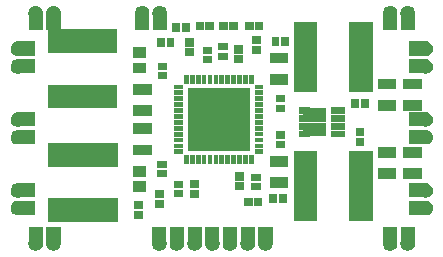
<source format=gbr>
G04 #@! TF.FileFunction,Soldermask,Top*
%FSLAX46Y46*%
G04 Gerber Fmt 4.6, Leading zero omitted, Abs format (unit mm)*
G04 Created by KiCad (PCBNEW (2015-09-15 BZR 13, Git 37c8462)-brewed_product) date Thursday, 17 September 2015 'pmt' 19:10:14*
%MOMM*%
G01*
G04 APERTURE LIST*
%ADD10C,0.020000*%
G04 APERTURE END LIST*
D10*
G36*
X113601600Y-108831547D02*
X113602133Y-108836985D01*
X113622290Y-108938789D01*
X113622290Y-108938793D01*
X113622327Y-108938980D01*
X113620380Y-109078372D01*
X113620338Y-109078556D01*
X113620338Y-109078565D01*
X113593344Y-109197379D01*
X113543706Y-109308868D01*
X113473359Y-109408592D01*
X113384980Y-109492753D01*
X113281940Y-109558146D01*
X113168162Y-109602277D01*
X113047972Y-109623469D01*
X112925961Y-109620914D01*
X112806766Y-109594707D01*
X112694935Y-109545849D01*
X112594723Y-109476200D01*
X112509947Y-109388412D01*
X112443838Y-109285830D01*
X112398910Y-109172356D01*
X112376880Y-109052324D01*
X112378584Y-108930297D01*
X112397788Y-108839947D01*
X112398400Y-108834126D01*
X112398400Y-107598400D01*
X113601600Y-107598400D01*
X113601600Y-108831547D01*
X113601600Y-108831547D01*
G37*
G36*
X115101600Y-108831547D02*
X115102133Y-108836985D01*
X115122290Y-108938789D01*
X115122290Y-108938793D01*
X115122327Y-108938980D01*
X115120380Y-109078372D01*
X115120338Y-109078556D01*
X115120338Y-109078565D01*
X115093344Y-109197379D01*
X115043706Y-109308868D01*
X114973359Y-109408592D01*
X114884980Y-109492753D01*
X114781940Y-109558146D01*
X114668162Y-109602277D01*
X114547972Y-109623469D01*
X114425961Y-109620914D01*
X114306766Y-109594707D01*
X114194935Y-109545849D01*
X114094723Y-109476200D01*
X114009947Y-109388412D01*
X113943838Y-109285830D01*
X113898910Y-109172356D01*
X113876880Y-109052324D01*
X113878584Y-108930297D01*
X113897788Y-108839947D01*
X113898400Y-108834126D01*
X113898400Y-107598400D01*
X115101600Y-107598400D01*
X115101600Y-108831547D01*
X115101600Y-108831547D01*
G37*
G36*
X124051600Y-108831547D02*
X124052133Y-108836985D01*
X124072290Y-108938789D01*
X124072290Y-108938793D01*
X124072327Y-108938980D01*
X124070380Y-109078372D01*
X124070338Y-109078556D01*
X124070338Y-109078565D01*
X124043344Y-109197379D01*
X123993706Y-109308868D01*
X123923359Y-109408592D01*
X123834980Y-109492753D01*
X123731940Y-109558146D01*
X123618162Y-109602277D01*
X123497972Y-109623469D01*
X123375961Y-109620914D01*
X123256766Y-109594707D01*
X123144935Y-109545849D01*
X123044723Y-109476200D01*
X122959947Y-109388412D01*
X122893838Y-109285830D01*
X122848910Y-109172356D01*
X122826880Y-109052324D01*
X122828584Y-108930297D01*
X122847788Y-108839947D01*
X122848400Y-108834126D01*
X122848400Y-107598400D01*
X124051600Y-107598400D01*
X124051600Y-108831547D01*
X124051600Y-108831547D01*
G37*
G36*
X125551600Y-108831547D02*
X125552133Y-108836985D01*
X125572290Y-108938789D01*
X125572290Y-108938793D01*
X125572327Y-108938980D01*
X125570380Y-109078372D01*
X125570338Y-109078556D01*
X125570338Y-109078565D01*
X125543344Y-109197379D01*
X125493706Y-109308868D01*
X125423359Y-109408592D01*
X125334980Y-109492753D01*
X125231940Y-109558146D01*
X125118162Y-109602277D01*
X124997972Y-109623469D01*
X124875961Y-109620914D01*
X124756766Y-109594707D01*
X124644935Y-109545849D01*
X124544723Y-109476200D01*
X124459947Y-109388412D01*
X124393838Y-109285830D01*
X124348910Y-109172356D01*
X124326880Y-109052324D01*
X124328584Y-108930297D01*
X124347788Y-108839947D01*
X124348400Y-108834126D01*
X124348400Y-107598400D01*
X125551600Y-107598400D01*
X125551600Y-108831547D01*
X125551600Y-108831547D01*
G37*
G36*
X127051600Y-108831547D02*
X127052133Y-108836985D01*
X127072290Y-108938789D01*
X127072290Y-108938793D01*
X127072327Y-108938980D01*
X127070380Y-109078372D01*
X127070338Y-109078556D01*
X127070338Y-109078565D01*
X127043344Y-109197379D01*
X126993706Y-109308868D01*
X126923359Y-109408592D01*
X126834980Y-109492753D01*
X126731940Y-109558146D01*
X126618162Y-109602277D01*
X126497972Y-109623469D01*
X126375961Y-109620914D01*
X126256766Y-109594707D01*
X126144935Y-109545849D01*
X126044723Y-109476200D01*
X125959947Y-109388412D01*
X125893838Y-109285830D01*
X125848910Y-109172356D01*
X125826880Y-109052324D01*
X125828584Y-108930297D01*
X125847788Y-108839947D01*
X125848400Y-108834126D01*
X125848400Y-107598400D01*
X127051600Y-107598400D01*
X127051600Y-108831547D01*
X127051600Y-108831547D01*
G37*
G36*
X128551600Y-108831547D02*
X128552133Y-108836985D01*
X128572290Y-108938789D01*
X128572290Y-108938793D01*
X128572327Y-108938980D01*
X128570380Y-109078372D01*
X128570338Y-109078556D01*
X128570338Y-109078565D01*
X128543344Y-109197379D01*
X128493706Y-109308868D01*
X128423359Y-109408592D01*
X128334980Y-109492753D01*
X128231940Y-109558146D01*
X128118162Y-109602277D01*
X127997972Y-109623469D01*
X127875961Y-109620914D01*
X127756766Y-109594707D01*
X127644935Y-109545849D01*
X127544723Y-109476200D01*
X127459947Y-109388412D01*
X127393838Y-109285830D01*
X127348910Y-109172356D01*
X127326880Y-109052324D01*
X127328584Y-108930297D01*
X127347788Y-108839947D01*
X127348400Y-108834126D01*
X127348400Y-107598400D01*
X128551600Y-107598400D01*
X128551600Y-108831547D01*
X128551600Y-108831547D01*
G37*
G36*
X130051600Y-108831547D02*
X130052133Y-108836985D01*
X130072290Y-108938789D01*
X130072290Y-108938793D01*
X130072327Y-108938980D01*
X130070380Y-109078372D01*
X130070338Y-109078556D01*
X130070338Y-109078565D01*
X130043344Y-109197379D01*
X129993706Y-109308868D01*
X129923359Y-109408592D01*
X129834980Y-109492753D01*
X129731940Y-109558146D01*
X129618162Y-109602277D01*
X129497972Y-109623469D01*
X129375961Y-109620914D01*
X129256766Y-109594707D01*
X129144935Y-109545849D01*
X129044723Y-109476200D01*
X128959947Y-109388412D01*
X128893838Y-109285830D01*
X128848910Y-109172356D01*
X128826880Y-109052324D01*
X128828584Y-108930297D01*
X128847788Y-108839947D01*
X128848400Y-108834126D01*
X128848400Y-107598400D01*
X130051600Y-107598400D01*
X130051600Y-108831547D01*
X130051600Y-108831547D01*
G37*
G36*
X131551600Y-108831547D02*
X131552133Y-108836985D01*
X131572290Y-108938789D01*
X131572290Y-108938793D01*
X131572327Y-108938980D01*
X131570380Y-109078372D01*
X131570338Y-109078556D01*
X131570338Y-109078565D01*
X131543344Y-109197379D01*
X131493706Y-109308868D01*
X131423359Y-109408592D01*
X131334980Y-109492753D01*
X131231940Y-109558146D01*
X131118162Y-109602277D01*
X130997972Y-109623469D01*
X130875961Y-109620914D01*
X130756766Y-109594707D01*
X130644935Y-109545849D01*
X130544723Y-109476200D01*
X130459947Y-109388412D01*
X130393838Y-109285830D01*
X130348910Y-109172356D01*
X130326880Y-109052324D01*
X130328584Y-108930297D01*
X130347788Y-108839947D01*
X130348400Y-108834126D01*
X130348400Y-107598400D01*
X131551600Y-107598400D01*
X131551600Y-108831547D01*
X131551600Y-108831547D01*
G37*
G36*
X133051600Y-108831547D02*
X133052133Y-108836985D01*
X133072290Y-108938789D01*
X133072290Y-108938793D01*
X133072327Y-108938980D01*
X133070380Y-109078372D01*
X133070338Y-109078556D01*
X133070338Y-109078565D01*
X133043344Y-109197379D01*
X132993706Y-109308868D01*
X132923359Y-109408592D01*
X132834980Y-109492753D01*
X132731940Y-109558146D01*
X132618162Y-109602277D01*
X132497972Y-109623469D01*
X132375961Y-109620914D01*
X132256766Y-109594707D01*
X132144935Y-109545849D01*
X132044723Y-109476200D01*
X131959947Y-109388412D01*
X131893838Y-109285830D01*
X131848910Y-109172356D01*
X131826880Y-109052324D01*
X131828584Y-108930297D01*
X131847788Y-108839947D01*
X131848400Y-108834126D01*
X131848400Y-107598400D01*
X133051600Y-107598400D01*
X133051600Y-108831547D01*
X133051600Y-108831547D01*
G37*
G36*
X143601600Y-108831547D02*
X143602133Y-108836985D01*
X143622290Y-108938789D01*
X143622290Y-108938793D01*
X143622327Y-108938980D01*
X143620380Y-109078372D01*
X143620338Y-109078556D01*
X143620338Y-109078565D01*
X143593344Y-109197379D01*
X143543706Y-109308868D01*
X143473359Y-109408592D01*
X143384980Y-109492753D01*
X143281940Y-109558146D01*
X143168162Y-109602277D01*
X143047972Y-109623469D01*
X142925961Y-109620914D01*
X142806766Y-109594707D01*
X142694935Y-109545849D01*
X142594723Y-109476200D01*
X142509947Y-109388412D01*
X142443838Y-109285830D01*
X142398910Y-109172356D01*
X142376880Y-109052324D01*
X142378584Y-108930297D01*
X142397788Y-108839947D01*
X142398400Y-108834126D01*
X142398400Y-107598400D01*
X143601600Y-107598400D01*
X143601600Y-108831547D01*
X143601600Y-108831547D01*
G37*
G36*
X145101600Y-108831547D02*
X145102133Y-108836985D01*
X145122290Y-108938789D01*
X145122290Y-108938793D01*
X145122327Y-108938980D01*
X145120380Y-109078372D01*
X145120338Y-109078556D01*
X145120338Y-109078565D01*
X145093344Y-109197379D01*
X145043706Y-109308868D01*
X144973359Y-109408592D01*
X144884980Y-109492753D01*
X144781940Y-109558146D01*
X144668162Y-109602277D01*
X144547972Y-109623469D01*
X144425961Y-109620914D01*
X144306766Y-109594707D01*
X144194935Y-109545849D01*
X144094723Y-109476200D01*
X144009947Y-109388412D01*
X143943838Y-109285830D01*
X143898910Y-109172356D01*
X143876880Y-109052324D01*
X143878584Y-108930297D01*
X143897788Y-108839947D01*
X143898400Y-108834126D01*
X143898400Y-107598400D01*
X145101600Y-107598400D01*
X145101600Y-108831547D01*
X145101600Y-108831547D01*
G37*
G36*
X119951480Y-107199760D02*
X114048520Y-107199760D01*
X114048520Y-105198240D01*
X119951480Y-105198240D01*
X119951480Y-107199760D01*
X119951480Y-107199760D01*
G37*
G36*
X141550260Y-107101480D02*
X139548740Y-107101480D01*
X139548740Y-101198520D01*
X141550260Y-101198520D01*
X141550260Y-107101480D01*
X141550260Y-107101480D01*
G37*
G36*
X136851260Y-107101480D02*
X134849740Y-107101480D01*
X134849740Y-101198520D01*
X136851260Y-101198520D01*
X136851260Y-107101480D01*
X136851260Y-107101480D01*
G37*
G36*
X122076000Y-106951000D02*
X121324000Y-106951000D01*
X121324000Y-106249000D01*
X122076000Y-106249000D01*
X122076000Y-106951000D01*
X122076000Y-106951000D01*
G37*
G36*
X111565362Y-105378113D02*
X111661410Y-105397828D01*
X111667040Y-105398400D01*
X112901600Y-105398400D01*
X112901600Y-106601600D01*
X111674455Y-106601600D01*
X111669593Y-106602025D01*
X111547973Y-106623469D01*
X111425961Y-106620914D01*
X111306766Y-106594707D01*
X111194935Y-106545849D01*
X111094723Y-106476200D01*
X111009947Y-106388412D01*
X110943838Y-106285830D01*
X110898910Y-106172356D01*
X110876880Y-106052324D01*
X110878584Y-105930297D01*
X110903956Y-105810927D01*
X110952036Y-105698751D01*
X111020982Y-105598058D01*
X111108178Y-105512669D01*
X111210295Y-105445846D01*
X111323448Y-105400129D01*
X111443328Y-105377260D01*
X111565362Y-105378113D01*
X111565362Y-105378113D01*
G37*
G36*
X146065362Y-105378113D02*
X146184911Y-105402652D01*
X146297414Y-105449944D01*
X146398588Y-105518186D01*
X146484582Y-105604784D01*
X146552119Y-105706435D01*
X146598624Y-105819263D01*
X146622290Y-105938789D01*
X146622290Y-105938793D01*
X146622327Y-105938980D01*
X146620380Y-106078372D01*
X146620338Y-106078556D01*
X146620338Y-106078565D01*
X146593344Y-106197379D01*
X146543706Y-106308868D01*
X146473359Y-106408592D01*
X146384980Y-106492753D01*
X146281940Y-106558146D01*
X146168162Y-106602277D01*
X146047972Y-106623469D01*
X145925961Y-106620914D01*
X145841087Y-106602253D01*
X145835074Y-106601600D01*
X144598400Y-106601600D01*
X144598400Y-105398400D01*
X145829863Y-105398400D01*
X145835110Y-105397904D01*
X145943328Y-105377260D01*
X146065362Y-105378113D01*
X146065362Y-105378113D01*
G37*
G36*
X122076000Y-106121000D02*
X121324000Y-106121000D01*
X121324000Y-105419000D01*
X122076000Y-105419000D01*
X122076000Y-106121000D01*
X122076000Y-106121000D01*
G37*
G36*
X123826000Y-106016000D02*
X123074000Y-106016000D01*
X123074000Y-105314000D01*
X123826000Y-105314000D01*
X123826000Y-106016000D01*
X123826000Y-106016000D01*
G37*
G36*
X131351000Y-105876000D02*
X130649000Y-105876000D01*
X130649000Y-105124000D01*
X131351000Y-105124000D01*
X131351000Y-105876000D01*
X131351000Y-105876000D01*
G37*
G36*
X132181000Y-105876000D02*
X131479000Y-105876000D01*
X131479000Y-105124000D01*
X132181000Y-105124000D01*
X132181000Y-105876000D01*
X132181000Y-105876000D01*
G37*
G36*
X133436000Y-105576000D02*
X132734000Y-105576000D01*
X132734000Y-104824000D01*
X133436000Y-104824000D01*
X133436000Y-105576000D01*
X133436000Y-105576000D01*
G37*
G36*
X134266000Y-105576000D02*
X133564000Y-105576000D01*
X133564000Y-104824000D01*
X134266000Y-104824000D01*
X134266000Y-105576000D01*
X134266000Y-105576000D01*
G37*
G36*
X123826000Y-105186000D02*
X123074000Y-105186000D01*
X123074000Y-104484000D01*
X123826000Y-104484000D01*
X123826000Y-105186000D01*
X123826000Y-105186000D01*
G37*
G36*
X126826000Y-105166000D02*
X126074000Y-105166000D01*
X126074000Y-104464000D01*
X126826000Y-104464000D01*
X126826000Y-105166000D01*
X126826000Y-105166000D01*
G37*
G36*
X146065362Y-103878113D02*
X146184911Y-103902652D01*
X146297414Y-103949944D01*
X146398588Y-104018186D01*
X146484582Y-104104784D01*
X146552119Y-104206435D01*
X146598624Y-104319263D01*
X146622290Y-104438789D01*
X146622290Y-104438793D01*
X146622327Y-104438980D01*
X146620380Y-104578372D01*
X146620338Y-104578556D01*
X146620338Y-104578565D01*
X146593344Y-104697379D01*
X146543706Y-104808868D01*
X146473359Y-104908592D01*
X146384980Y-104992753D01*
X146281940Y-105058146D01*
X146168162Y-105102277D01*
X146047972Y-105123469D01*
X145925961Y-105120914D01*
X145841087Y-105102253D01*
X145835074Y-105101600D01*
X144598400Y-105101600D01*
X144598400Y-103898400D01*
X145829863Y-103898400D01*
X145835110Y-103897904D01*
X145943328Y-103877260D01*
X146065362Y-103878113D01*
X146065362Y-103878113D01*
G37*
G36*
X111565362Y-103878113D02*
X111661410Y-103897828D01*
X111667040Y-103898400D01*
X112901600Y-103898400D01*
X112901600Y-105101600D01*
X111674455Y-105101600D01*
X111669593Y-105102025D01*
X111547973Y-105123469D01*
X111425961Y-105120914D01*
X111306766Y-105094707D01*
X111194935Y-105045849D01*
X111094723Y-104976200D01*
X111009947Y-104888412D01*
X110943838Y-104785830D01*
X110898910Y-104672356D01*
X110876880Y-104552324D01*
X110878584Y-104430297D01*
X110903956Y-104310927D01*
X110952036Y-104198751D01*
X111020982Y-104098058D01*
X111108178Y-104012669D01*
X111210295Y-103945846D01*
X111323448Y-103900129D01*
X111443328Y-103877260D01*
X111565362Y-103878113D01*
X111565362Y-103878113D01*
G37*
G36*
X125500000Y-105100000D02*
X124700000Y-105100000D01*
X124700000Y-104500000D01*
X125500000Y-104500000D01*
X125500000Y-105100000D01*
X125500000Y-105100000D01*
G37*
G36*
X122352400Y-104652400D02*
X121247600Y-104652400D01*
X121247600Y-103747600D01*
X122352400Y-103747600D01*
X122352400Y-104652400D01*
X122352400Y-104652400D01*
G37*
G36*
X130626000Y-104516000D02*
X129874000Y-104516000D01*
X129874000Y-103814000D01*
X130626000Y-103814000D01*
X130626000Y-104516000D01*
X130626000Y-104516000D01*
G37*
G36*
X132050000Y-104500000D02*
X131250000Y-104500000D01*
X131250000Y-103900000D01*
X132050000Y-103900000D01*
X132050000Y-104500000D01*
X132050000Y-104500000D01*
G37*
G36*
X126826000Y-104336000D02*
X126074000Y-104336000D01*
X126074000Y-103634000D01*
X126826000Y-103634000D01*
X126826000Y-104336000D01*
X126826000Y-104336000D01*
G37*
G36*
X134377400Y-104302400D02*
X132822600Y-104302400D01*
X132822600Y-103397600D01*
X134377400Y-103397600D01*
X134377400Y-104302400D01*
X134377400Y-104302400D01*
G37*
G36*
X125500000Y-104300000D02*
X124700000Y-104300000D01*
X124700000Y-103700000D01*
X125500000Y-103700000D01*
X125500000Y-104300000D01*
X125500000Y-104300000D01*
G37*
G36*
X132050000Y-103700000D02*
X131250000Y-103700000D01*
X131250000Y-103100000D01*
X132050000Y-103100000D01*
X132050000Y-103700000D01*
X132050000Y-103700000D01*
G37*
G36*
X130626000Y-103686000D02*
X129874000Y-103686000D01*
X129874000Y-102984000D01*
X130626000Y-102984000D01*
X130626000Y-103686000D01*
X130626000Y-103686000D01*
G37*
G36*
X145677400Y-103552400D02*
X144122600Y-103552400D01*
X144122600Y-102647600D01*
X145677400Y-102647600D01*
X145677400Y-103552400D01*
X145677400Y-103552400D01*
G37*
G36*
X143527400Y-103552400D02*
X141972600Y-103552400D01*
X141972600Y-102647600D01*
X143527400Y-102647600D01*
X143527400Y-103552400D01*
X143527400Y-103552400D01*
G37*
G36*
X124100000Y-103400000D02*
X123300000Y-103400000D01*
X123300000Y-102800000D01*
X124100000Y-102800000D01*
X124100000Y-103400000D01*
X124100000Y-103400000D01*
G37*
G36*
X122352400Y-103352400D02*
X121247600Y-103352400D01*
X121247600Y-102447600D01*
X122352400Y-102447600D01*
X122352400Y-103352400D01*
X122352400Y-103352400D01*
G37*
G36*
X124100000Y-102600000D02*
X123300000Y-102600000D01*
X123300000Y-102000000D01*
X124100000Y-102000000D01*
X124100000Y-102600000D01*
X124100000Y-102600000D01*
G37*
G36*
X134377400Y-102502400D02*
X132822600Y-102502400D01*
X132822600Y-101597600D01*
X134377400Y-101597600D01*
X134377400Y-102502400D01*
X134377400Y-102502400D01*
G37*
G36*
X119951480Y-102500760D02*
X114048520Y-102500760D01*
X114048520Y-100499240D01*
X119951480Y-100499240D01*
X119951480Y-102500760D01*
X119951480Y-102500760D01*
G37*
G36*
X126451560Y-102275780D02*
X126052640Y-102275780D01*
X126052640Y-101526340D01*
X126451560Y-101526340D01*
X126451560Y-102275780D01*
X126451560Y-102275780D01*
G37*
G36*
X127449780Y-102275780D02*
X127050860Y-102275780D01*
X127050860Y-101526340D01*
X127449780Y-101526340D01*
X127449780Y-102275780D01*
X127449780Y-102275780D01*
G37*
G36*
X125951180Y-102275780D02*
X125552260Y-102275780D01*
X125552260Y-101526340D01*
X125951180Y-101526340D01*
X125951180Y-102275780D01*
X125951180Y-102275780D01*
G37*
G36*
X127950160Y-102275780D02*
X127551240Y-102275780D01*
X127551240Y-101526340D01*
X127950160Y-101526340D01*
X127950160Y-102275780D01*
X127950160Y-102275780D01*
G37*
G36*
X131450280Y-102275780D02*
X131051360Y-102275780D01*
X131051360Y-101526340D01*
X131450280Y-101526340D01*
X131450280Y-102275780D01*
X131450280Y-102275780D01*
G37*
G36*
X130949900Y-102275780D02*
X130550980Y-102275780D01*
X130550980Y-101526340D01*
X130949900Y-101526340D01*
X130949900Y-102275780D01*
X130949900Y-102275780D01*
G37*
G36*
X128948380Y-102275780D02*
X128549460Y-102275780D01*
X128549460Y-101526340D01*
X128948380Y-101526340D01*
X128948380Y-102275780D01*
X128948380Y-102275780D01*
G37*
G36*
X129448760Y-102275780D02*
X129049840Y-102275780D01*
X129049840Y-101526340D01*
X129448760Y-101526340D01*
X129448760Y-102275780D01*
X129448760Y-102275780D01*
G37*
G36*
X129949140Y-102275780D02*
X129550220Y-102275780D01*
X129550220Y-101526340D01*
X129949140Y-101526340D01*
X129949140Y-102275780D01*
X129949140Y-102275780D01*
G37*
G36*
X130449520Y-102275780D02*
X130050600Y-102275780D01*
X130050600Y-101526340D01*
X130449520Y-101526340D01*
X130449520Y-102275780D01*
X130449520Y-102275780D01*
G37*
G36*
X126951940Y-102275780D02*
X126553020Y-102275780D01*
X126553020Y-101526340D01*
X126951940Y-101526340D01*
X126951940Y-102275780D01*
X126951940Y-102275780D01*
G37*
G36*
X128449460Y-102274720D02*
X128050540Y-102274720D01*
X128050540Y-101525280D01*
X128449460Y-101525280D01*
X128449460Y-102274720D01*
X128449460Y-102274720D01*
G37*
G36*
X143527400Y-101752400D02*
X141972600Y-101752400D01*
X141972600Y-100847600D01*
X143527400Y-100847600D01*
X143527400Y-101752400D01*
X143527400Y-101752400D01*
G37*
G36*
X145677400Y-101752400D02*
X144122600Y-101752400D01*
X144122600Y-100847600D01*
X145677400Y-100847600D01*
X145677400Y-101752400D01*
X145677400Y-101752400D01*
G37*
G36*
X122827400Y-101552400D02*
X121272600Y-101552400D01*
X121272600Y-100647600D01*
X122827400Y-100647600D01*
X122827400Y-101552400D01*
X122827400Y-101552400D01*
G37*
G36*
X125476200Y-101450280D02*
X124726760Y-101450280D01*
X124726760Y-101051360D01*
X125476200Y-101051360D01*
X125476200Y-101450280D01*
X125476200Y-101450280D01*
G37*
G36*
X132273240Y-101447740D02*
X131523800Y-101447740D01*
X131523800Y-101048820D01*
X132273240Y-101048820D01*
X132273240Y-101447740D01*
X132273240Y-101447740D01*
G37*
G36*
X131150000Y-101150000D02*
X125850000Y-101150000D01*
X125850000Y-95850000D01*
X131150000Y-95850000D01*
X131150000Y-101150000D01*
X131150000Y-101150000D01*
G37*
G36*
X125476200Y-100952440D02*
X124726760Y-100952440D01*
X124726760Y-100553520D01*
X125476200Y-100553520D01*
X125476200Y-100952440D01*
X125476200Y-100952440D01*
G37*
G36*
X132275780Y-100947360D02*
X131526340Y-100947360D01*
X131526340Y-100548440D01*
X132275780Y-100548440D01*
X132275780Y-100947360D01*
X132275780Y-100947360D01*
G37*
G36*
X134100000Y-100925000D02*
X133300000Y-100925000D01*
X133300000Y-100325000D01*
X134100000Y-100325000D01*
X134100000Y-100925000D01*
X134100000Y-100925000D01*
G37*
G36*
X140826000Y-100766000D02*
X140074000Y-100766000D01*
X140074000Y-100064000D01*
X140826000Y-100064000D01*
X140826000Y-100766000D01*
X140826000Y-100766000D01*
G37*
G36*
X111565362Y-99378113D02*
X111661410Y-99397828D01*
X111667040Y-99398400D01*
X112901600Y-99398400D01*
X112901600Y-100601600D01*
X111674455Y-100601600D01*
X111669593Y-100602025D01*
X111547973Y-100623469D01*
X111425961Y-100620914D01*
X111306766Y-100594707D01*
X111194935Y-100545849D01*
X111094723Y-100476200D01*
X111009947Y-100388412D01*
X110943838Y-100285830D01*
X110898910Y-100172356D01*
X110876880Y-100052324D01*
X110878584Y-99930297D01*
X110903956Y-99810927D01*
X110952036Y-99698751D01*
X111020982Y-99598058D01*
X111108178Y-99512669D01*
X111210295Y-99445846D01*
X111323448Y-99400129D01*
X111443328Y-99377260D01*
X111565362Y-99378113D01*
X111565362Y-99378113D01*
G37*
G36*
X146065362Y-99378113D02*
X146184911Y-99402652D01*
X146297414Y-99449944D01*
X146398588Y-99518186D01*
X146484582Y-99604784D01*
X146552119Y-99706435D01*
X146598624Y-99819263D01*
X146622290Y-99938789D01*
X146622290Y-99938793D01*
X146622327Y-99938980D01*
X146620380Y-100078372D01*
X146620338Y-100078556D01*
X146620338Y-100078565D01*
X146593344Y-100197379D01*
X146543706Y-100308868D01*
X146473359Y-100408592D01*
X146384980Y-100492753D01*
X146281940Y-100558146D01*
X146168162Y-100602277D01*
X146047972Y-100623469D01*
X145925961Y-100620914D01*
X145841087Y-100602253D01*
X145835074Y-100601600D01*
X144598400Y-100601600D01*
X144598400Y-99398400D01*
X145829863Y-99398400D01*
X145835110Y-99397904D01*
X145943328Y-99377260D01*
X146065362Y-99378113D01*
X146065362Y-99378113D01*
G37*
G36*
X125476200Y-100452060D02*
X124726760Y-100452060D01*
X124726760Y-100053140D01*
X125476200Y-100053140D01*
X125476200Y-100452060D01*
X125476200Y-100452060D01*
G37*
G36*
X132275780Y-100449520D02*
X131526340Y-100449520D01*
X131526340Y-100050600D01*
X132275780Y-100050600D01*
X132275780Y-100449520D01*
X132275780Y-100449520D01*
G37*
G36*
X134100000Y-100125000D02*
X133300000Y-100125000D01*
X133300000Y-99525000D01*
X134100000Y-99525000D01*
X134100000Y-100125000D01*
X134100000Y-100125000D01*
G37*
G36*
X137538500Y-99936000D02*
X136206500Y-99936000D01*
X136198699Y-99937109D01*
X136191516Y-99940346D01*
X136185520Y-99945457D01*
X136181185Y-99952036D01*
X136178854Y-99959563D01*
X136178500Y-99964000D01*
X136178500Y-100026000D01*
X135266500Y-100026000D01*
X135266500Y-99469000D01*
X135633500Y-99469000D01*
X135641301Y-99467891D01*
X135648484Y-99464654D01*
X135654480Y-99459543D01*
X135658815Y-99452964D01*
X135661146Y-99445437D01*
X135661500Y-99441000D01*
X135661500Y-99394000D01*
X135660391Y-99386199D01*
X135657154Y-99379016D01*
X135652043Y-99373020D01*
X135645464Y-99368685D01*
X135637937Y-99366354D01*
X135633500Y-99366000D01*
X135266500Y-99366000D01*
X135266500Y-98809000D01*
X135633500Y-98809000D01*
X135641301Y-98807891D01*
X135648484Y-98804654D01*
X135654480Y-98799543D01*
X135658132Y-98794000D01*
X137538500Y-98794000D01*
X137538500Y-99936000D01*
X137538500Y-99936000D01*
G37*
G36*
X139163500Y-100026000D02*
X138021500Y-100026000D01*
X138021500Y-99469000D01*
X139163500Y-99469000D01*
X139163500Y-100026000D01*
X139163500Y-100026000D01*
G37*
G36*
X125476200Y-99951680D02*
X124726760Y-99951680D01*
X124726760Y-99552760D01*
X125476200Y-99552760D01*
X125476200Y-99951680D01*
X125476200Y-99951680D01*
G37*
G36*
X132275780Y-99949140D02*
X131526340Y-99949140D01*
X131526340Y-99550220D01*
X132275780Y-99550220D01*
X132275780Y-99949140D01*
X132275780Y-99949140D01*
G37*
G36*
X140826000Y-99936000D02*
X140074000Y-99936000D01*
X140074000Y-99234000D01*
X140826000Y-99234000D01*
X140826000Y-99936000D01*
X140826000Y-99936000D01*
G37*
G36*
X122827400Y-99752400D02*
X121272600Y-99752400D01*
X121272600Y-98847600D01*
X122827400Y-98847600D01*
X122827400Y-99752400D01*
X122827400Y-99752400D01*
G37*
G36*
X125476200Y-99451300D02*
X124726760Y-99451300D01*
X124726760Y-99052380D01*
X125476200Y-99052380D01*
X125476200Y-99451300D01*
X125476200Y-99451300D01*
G37*
G36*
X132275780Y-99448760D02*
X131526340Y-99448760D01*
X131526340Y-99049840D01*
X132275780Y-99049840D01*
X132275780Y-99448760D01*
X132275780Y-99448760D01*
G37*
G36*
X139163500Y-99366000D02*
X138021500Y-99366000D01*
X138021500Y-98809000D01*
X139163500Y-98809000D01*
X139163500Y-99366000D01*
X139163500Y-99366000D01*
G37*
G36*
X111565362Y-97878113D02*
X111661410Y-97897828D01*
X111667040Y-97898400D01*
X112901600Y-97898400D01*
X112901600Y-99101600D01*
X111674455Y-99101600D01*
X111669593Y-99102025D01*
X111547973Y-99123469D01*
X111425961Y-99120914D01*
X111306766Y-99094707D01*
X111194935Y-99045849D01*
X111094723Y-98976200D01*
X111009947Y-98888412D01*
X110943838Y-98785830D01*
X110898910Y-98672356D01*
X110876880Y-98552324D01*
X110878584Y-98430297D01*
X110903956Y-98310927D01*
X110952036Y-98198751D01*
X111020982Y-98098058D01*
X111108178Y-98012669D01*
X111210295Y-97945846D01*
X111323448Y-97900129D01*
X111443328Y-97877260D01*
X111565362Y-97878113D01*
X111565362Y-97878113D01*
G37*
G36*
X146065362Y-97878113D02*
X146184911Y-97902652D01*
X146297414Y-97949944D01*
X146398588Y-98018186D01*
X146484582Y-98104784D01*
X146552119Y-98206435D01*
X146598624Y-98319263D01*
X146622290Y-98438789D01*
X146622290Y-98438793D01*
X146622327Y-98438980D01*
X146620380Y-98578372D01*
X146620338Y-98578556D01*
X146620338Y-98578565D01*
X146593344Y-98697379D01*
X146543706Y-98808868D01*
X146473359Y-98908592D01*
X146384980Y-98992753D01*
X146281940Y-99058146D01*
X146168162Y-99102277D01*
X146047972Y-99123469D01*
X145925961Y-99120914D01*
X145841087Y-99102253D01*
X145835074Y-99101600D01*
X144598400Y-99101600D01*
X144598400Y-97898400D01*
X145829863Y-97898400D01*
X145835110Y-97897904D01*
X145943328Y-97877260D01*
X146065362Y-97878113D01*
X146065362Y-97878113D01*
G37*
G36*
X125476200Y-98950920D02*
X124726760Y-98950920D01*
X124726760Y-98552000D01*
X125476200Y-98552000D01*
X125476200Y-98950920D01*
X125476200Y-98950920D01*
G37*
G36*
X132275780Y-98948380D02*
X131526340Y-98948380D01*
X131526340Y-98549460D01*
X132275780Y-98549460D01*
X132275780Y-98948380D01*
X132275780Y-98948380D01*
G37*
G36*
X136178500Y-97551000D02*
X136179609Y-97558801D01*
X136182846Y-97565984D01*
X136187957Y-97571980D01*
X136194536Y-97576315D01*
X136202063Y-97578646D01*
X136206500Y-97579000D01*
X137538500Y-97579000D01*
X137538500Y-98721000D01*
X135658048Y-98721000D01*
X135657154Y-98719016D01*
X135652043Y-98713020D01*
X135645464Y-98708685D01*
X135637937Y-98706354D01*
X135633500Y-98706000D01*
X135266500Y-98706000D01*
X135266500Y-98149000D01*
X135633500Y-98149000D01*
X135641301Y-98147891D01*
X135648484Y-98144654D01*
X135654480Y-98139543D01*
X135658815Y-98132964D01*
X135661146Y-98125437D01*
X135661500Y-98121000D01*
X135661500Y-98074000D01*
X135660391Y-98066199D01*
X135657154Y-98059016D01*
X135652043Y-98053020D01*
X135645464Y-98048685D01*
X135637937Y-98046354D01*
X135633500Y-98046000D01*
X135266500Y-98046000D01*
X135266500Y-97489000D01*
X136178500Y-97489000D01*
X136178500Y-97551000D01*
X136178500Y-97551000D01*
G37*
G36*
X139163500Y-98706000D02*
X138021500Y-98706000D01*
X138021500Y-98149000D01*
X139163500Y-98149000D01*
X139163500Y-98706000D01*
X139163500Y-98706000D01*
G37*
G36*
X125476200Y-98450540D02*
X124726760Y-98450540D01*
X124726760Y-98051620D01*
X125476200Y-98051620D01*
X125476200Y-98450540D01*
X125476200Y-98450540D01*
G37*
G36*
X132275780Y-98448000D02*
X131526340Y-98448000D01*
X131526340Y-98049080D01*
X132275780Y-98049080D01*
X132275780Y-98448000D01*
X132275780Y-98448000D01*
G37*
G36*
X122827400Y-98202400D02*
X121272600Y-98202400D01*
X121272600Y-97297600D01*
X122827400Y-97297600D01*
X122827400Y-98202400D01*
X122827400Y-98202400D01*
G37*
G36*
X139163500Y-98046000D02*
X138021500Y-98046000D01*
X138021500Y-97489000D01*
X139163500Y-97489000D01*
X139163500Y-98046000D01*
X139163500Y-98046000D01*
G37*
G36*
X125476200Y-97950160D02*
X124726760Y-97950160D01*
X124726760Y-97551240D01*
X125476200Y-97551240D01*
X125476200Y-97950160D01*
X125476200Y-97950160D01*
G37*
G36*
X132275780Y-97947620D02*
X131526340Y-97947620D01*
X131526340Y-97548700D01*
X132275780Y-97548700D01*
X132275780Y-97947620D01*
X132275780Y-97947620D01*
G37*
G36*
X134100000Y-97850000D02*
X133300000Y-97850000D01*
X133300000Y-97250000D01*
X134100000Y-97250000D01*
X134100000Y-97850000D01*
X134100000Y-97850000D01*
G37*
G36*
X143527400Y-97752400D02*
X141972600Y-97752400D01*
X141972600Y-96847600D01*
X143527400Y-96847600D01*
X143527400Y-97752400D01*
X143527400Y-97752400D01*
G37*
G36*
X145677400Y-97752400D02*
X144122600Y-97752400D01*
X144122600Y-96847600D01*
X145677400Y-96847600D01*
X145677400Y-97752400D01*
X145677400Y-97752400D01*
G37*
G36*
X119901480Y-97550260D02*
X113998520Y-97550260D01*
X113998520Y-95548740D01*
X119901480Y-95548740D01*
X119901480Y-97550260D01*
X119901480Y-97550260D01*
G37*
G36*
X141216000Y-97526000D02*
X140514000Y-97526000D01*
X140514000Y-96774000D01*
X141216000Y-96774000D01*
X141216000Y-97526000D01*
X141216000Y-97526000D01*
G37*
G36*
X140386000Y-97526000D02*
X139684000Y-97526000D01*
X139684000Y-96774000D01*
X140386000Y-96774000D01*
X140386000Y-97526000D01*
X140386000Y-97526000D01*
G37*
G36*
X125476200Y-97452320D02*
X124726760Y-97452320D01*
X124726760Y-97053400D01*
X125476200Y-97053400D01*
X125476200Y-97452320D01*
X125476200Y-97452320D01*
G37*
G36*
X132273240Y-97447240D02*
X131523800Y-97447240D01*
X131523800Y-97048320D01*
X132273240Y-97048320D01*
X132273240Y-97447240D01*
X132273240Y-97447240D01*
G37*
G36*
X134100000Y-97050000D02*
X133300000Y-97050000D01*
X133300000Y-96450000D01*
X134100000Y-96450000D01*
X134100000Y-97050000D01*
X134100000Y-97050000D01*
G37*
G36*
X125476200Y-96951940D02*
X124726760Y-96951940D01*
X124726760Y-96553020D01*
X125476200Y-96553020D01*
X125476200Y-96951940D01*
X125476200Y-96951940D01*
G37*
G36*
X132273240Y-96949400D02*
X131523800Y-96949400D01*
X131523800Y-96550480D01*
X132273240Y-96550480D01*
X132273240Y-96949400D01*
X132273240Y-96949400D01*
G37*
G36*
X125476200Y-96451560D02*
X124726760Y-96451560D01*
X124726760Y-96052640D01*
X125476200Y-96052640D01*
X125476200Y-96451560D01*
X125476200Y-96451560D01*
G37*
G36*
X132273240Y-96449020D02*
X131523800Y-96449020D01*
X131523800Y-96050100D01*
X132273240Y-96050100D01*
X132273240Y-96449020D01*
X132273240Y-96449020D01*
G37*
G36*
X122827400Y-96402400D02*
X121272600Y-96402400D01*
X121272600Y-95497600D01*
X122827400Y-95497600D01*
X122827400Y-96402400D01*
X122827400Y-96402400D01*
G37*
G36*
X141550760Y-96201480D02*
X139549240Y-96201480D01*
X139549240Y-90298520D01*
X141550760Y-90298520D01*
X141550760Y-96201480D01*
X141550760Y-96201480D01*
G37*
G36*
X136851760Y-96201480D02*
X134850240Y-96201480D01*
X134850240Y-90298520D01*
X136851760Y-90298520D01*
X136851760Y-96201480D01*
X136851760Y-96201480D01*
G37*
G36*
X145677400Y-95952400D02*
X144122600Y-95952400D01*
X144122600Y-95047600D01*
X145677400Y-95047600D01*
X145677400Y-95952400D01*
X145677400Y-95952400D01*
G37*
G36*
X143527400Y-95952400D02*
X141972600Y-95952400D01*
X141972600Y-95047600D01*
X143527400Y-95047600D01*
X143527400Y-95952400D01*
X143527400Y-95952400D01*
G37*
G36*
X125476200Y-95951180D02*
X124726760Y-95951180D01*
X124726760Y-95552260D01*
X125476200Y-95552260D01*
X125476200Y-95951180D01*
X125476200Y-95951180D01*
G37*
G36*
X132273240Y-95948640D02*
X131523800Y-95948640D01*
X131523800Y-95549720D01*
X132273240Y-95549720D01*
X132273240Y-95948640D01*
X132273240Y-95948640D01*
G37*
G36*
X134377400Y-95552400D02*
X132822600Y-95552400D01*
X132822600Y-94647600D01*
X134377400Y-94647600D01*
X134377400Y-95552400D01*
X134377400Y-95552400D01*
G37*
G36*
X127449780Y-95476200D02*
X127050860Y-95476200D01*
X127050860Y-94726760D01*
X127449780Y-94726760D01*
X127449780Y-95476200D01*
X127449780Y-95476200D01*
G37*
G36*
X127950160Y-95476200D02*
X127551240Y-95476200D01*
X127551240Y-94726760D01*
X127950160Y-94726760D01*
X127950160Y-95476200D01*
X127950160Y-95476200D01*
G37*
G36*
X128450540Y-95476200D02*
X128051620Y-95476200D01*
X128051620Y-94726760D01*
X128450540Y-94726760D01*
X128450540Y-95476200D01*
X128450540Y-95476200D01*
G37*
G36*
X126949400Y-95476200D02*
X126550480Y-95476200D01*
X126550480Y-94726760D01*
X126949400Y-94726760D01*
X126949400Y-95476200D01*
X126949400Y-95476200D01*
G37*
G36*
X128950920Y-95476200D02*
X128552000Y-95476200D01*
X128552000Y-94726760D01*
X128950920Y-94726760D01*
X128950920Y-95476200D01*
X128950920Y-95476200D01*
G37*
G36*
X129451300Y-95476200D02*
X129052380Y-95476200D01*
X129052380Y-94726760D01*
X129451300Y-94726760D01*
X129451300Y-95476200D01*
X129451300Y-95476200D01*
G37*
G36*
X129951680Y-95476200D02*
X129552760Y-95476200D01*
X129552760Y-94726760D01*
X129951680Y-94726760D01*
X129951680Y-95476200D01*
X129951680Y-95476200D01*
G37*
G36*
X130449520Y-95476200D02*
X130050600Y-95476200D01*
X130050600Y-94726760D01*
X130449520Y-94726760D01*
X130449520Y-95476200D01*
X130449520Y-95476200D01*
G37*
G36*
X126451560Y-95476200D02*
X126052640Y-95476200D01*
X126052640Y-94726760D01*
X126451560Y-94726760D01*
X126451560Y-95476200D01*
X126451560Y-95476200D01*
G37*
G36*
X130949900Y-95476200D02*
X130550980Y-95476200D01*
X130550980Y-94726760D01*
X130949900Y-94726760D01*
X130949900Y-95476200D01*
X130949900Y-95476200D01*
G37*
G36*
X125951180Y-95476200D02*
X125552260Y-95476200D01*
X125552260Y-94726760D01*
X125951180Y-94726760D01*
X125951180Y-95476200D01*
X125951180Y-95476200D01*
G37*
G36*
X131450280Y-95476200D02*
X131051360Y-95476200D01*
X131051360Y-94726760D01*
X131450280Y-94726760D01*
X131450280Y-95476200D01*
X131450280Y-95476200D01*
G37*
G36*
X124150000Y-95100000D02*
X123350000Y-95100000D01*
X123350000Y-94500000D01*
X124150000Y-94500000D01*
X124150000Y-95100000D01*
X124150000Y-95100000D01*
G37*
G36*
X111565362Y-93378113D02*
X111661410Y-93397828D01*
X111667040Y-93398400D01*
X112901600Y-93398400D01*
X112901600Y-94601600D01*
X111674455Y-94601600D01*
X111669593Y-94602025D01*
X111547973Y-94623469D01*
X111425961Y-94620914D01*
X111306766Y-94594707D01*
X111194935Y-94545849D01*
X111094723Y-94476200D01*
X111009947Y-94388412D01*
X110943838Y-94285830D01*
X110898910Y-94172356D01*
X110876880Y-94052324D01*
X110878584Y-93930297D01*
X110903956Y-93810927D01*
X110952036Y-93698751D01*
X111020982Y-93598058D01*
X111108178Y-93512669D01*
X111210295Y-93445846D01*
X111323448Y-93400129D01*
X111443328Y-93377260D01*
X111565362Y-93378113D01*
X111565362Y-93378113D01*
G37*
G36*
X146065362Y-93378113D02*
X146184911Y-93402652D01*
X146297414Y-93449944D01*
X146398588Y-93518186D01*
X146484582Y-93604784D01*
X146552119Y-93706435D01*
X146598624Y-93819263D01*
X146622290Y-93938789D01*
X146622290Y-93938793D01*
X146622327Y-93938980D01*
X146620380Y-94078372D01*
X146620338Y-94078556D01*
X146620338Y-94078565D01*
X146593344Y-94197379D01*
X146543706Y-94308868D01*
X146473359Y-94408592D01*
X146384980Y-94492753D01*
X146281940Y-94558146D01*
X146168162Y-94602277D01*
X146047972Y-94623469D01*
X145925961Y-94620914D01*
X145841087Y-94602253D01*
X145835074Y-94601600D01*
X144598400Y-94601600D01*
X144598400Y-93398400D01*
X145829863Y-93398400D01*
X145835110Y-93397904D01*
X145943328Y-93377260D01*
X146065362Y-93378113D01*
X146065362Y-93378113D01*
G37*
G36*
X122352400Y-94602400D02*
X121247600Y-94602400D01*
X121247600Y-93697600D01*
X122352400Y-93697600D01*
X122352400Y-94602400D01*
X122352400Y-94602400D01*
G37*
G36*
X124150000Y-94300000D02*
X123350000Y-94300000D01*
X123350000Y-93700000D01*
X124150000Y-93700000D01*
X124150000Y-94300000D01*
X124150000Y-94300000D01*
G37*
G36*
X130576000Y-93766000D02*
X129824000Y-93766000D01*
X129824000Y-93064000D01*
X130576000Y-93064000D01*
X130576000Y-93766000D01*
X130576000Y-93766000D01*
G37*
G36*
X134377400Y-93752400D02*
X132822600Y-93752400D01*
X132822600Y-92847600D01*
X134377400Y-92847600D01*
X134377400Y-93752400D01*
X134377400Y-93752400D01*
G37*
G36*
X127950000Y-93750000D02*
X127150000Y-93750000D01*
X127150000Y-93150000D01*
X127950000Y-93150000D01*
X127950000Y-93750000D01*
X127950000Y-93750000D01*
G37*
G36*
X129250000Y-93450000D02*
X128450000Y-93450000D01*
X128450000Y-92850000D01*
X129250000Y-92850000D01*
X129250000Y-93450000D01*
X129250000Y-93450000D01*
G37*
G36*
X122352400Y-93302400D02*
X121247600Y-93302400D01*
X121247600Y-92397600D01*
X122352400Y-92397600D01*
X122352400Y-93302400D01*
X122352400Y-93302400D01*
G37*
G36*
X126376000Y-93166000D02*
X125624000Y-93166000D01*
X125624000Y-92464000D01*
X126376000Y-92464000D01*
X126376000Y-93166000D01*
X126376000Y-93166000D01*
G37*
G36*
X146065362Y-91878113D02*
X146184911Y-91902652D01*
X146297414Y-91949944D01*
X146398588Y-92018186D01*
X146484582Y-92104784D01*
X146552119Y-92206435D01*
X146598624Y-92319263D01*
X146622290Y-92438789D01*
X146622290Y-92438793D01*
X146622327Y-92438980D01*
X146620380Y-92578372D01*
X146620338Y-92578556D01*
X146620338Y-92578565D01*
X146593344Y-92697379D01*
X146543706Y-92808868D01*
X146473359Y-92908592D01*
X146384980Y-92992753D01*
X146281940Y-93058146D01*
X146168162Y-93102277D01*
X146047972Y-93123469D01*
X145925961Y-93120914D01*
X145841087Y-93102253D01*
X145835074Y-93101600D01*
X144598400Y-93101600D01*
X144598400Y-91898400D01*
X145829863Y-91898400D01*
X145835110Y-91897904D01*
X145943328Y-91877260D01*
X146065362Y-91878113D01*
X146065362Y-91878113D01*
G37*
G36*
X111565362Y-91878113D02*
X111661410Y-91897828D01*
X111667040Y-91898400D01*
X112901600Y-91898400D01*
X112901600Y-93101600D01*
X111674455Y-93101600D01*
X111669593Y-93102025D01*
X111547973Y-93123469D01*
X111425961Y-93120914D01*
X111306766Y-93094707D01*
X111194935Y-93045849D01*
X111094723Y-92976200D01*
X111009947Y-92888412D01*
X110943838Y-92785830D01*
X110898910Y-92672356D01*
X110876880Y-92552324D01*
X110878584Y-92430297D01*
X110903956Y-92310927D01*
X110952036Y-92198751D01*
X111020982Y-92098058D01*
X111108178Y-92012669D01*
X111210295Y-91945846D01*
X111323448Y-91900129D01*
X111443328Y-91877260D01*
X111565362Y-91878113D01*
X111565362Y-91878113D01*
G37*
G36*
X132076000Y-92966000D02*
X131324000Y-92966000D01*
X131324000Y-92264000D01*
X132076000Y-92264000D01*
X132076000Y-92966000D01*
X132076000Y-92966000D01*
G37*
G36*
X127950000Y-92950000D02*
X127150000Y-92950000D01*
X127150000Y-92350000D01*
X127950000Y-92350000D01*
X127950000Y-92950000D01*
X127950000Y-92950000D01*
G37*
G36*
X130576000Y-92936000D02*
X129824000Y-92936000D01*
X129824000Y-92234000D01*
X130576000Y-92234000D01*
X130576000Y-92936000D01*
X130576000Y-92936000D01*
G37*
G36*
X114565362Y-88878113D02*
X114684911Y-88902652D01*
X114797414Y-88949944D01*
X114898588Y-89018186D01*
X114984582Y-89104784D01*
X115052119Y-89206435D01*
X115098624Y-89319263D01*
X115122290Y-89438789D01*
X115122290Y-89438793D01*
X115122327Y-89438980D01*
X115120380Y-89578372D01*
X115120338Y-89578556D01*
X115120338Y-89578565D01*
X115102296Y-89657978D01*
X115101600Y-89664181D01*
X115101600Y-90821740D01*
X115102709Y-90829541D01*
X115105946Y-90836724D01*
X115111057Y-90842720D01*
X115117636Y-90847055D01*
X115125163Y-90849386D01*
X115129600Y-90849740D01*
X119901480Y-90849740D01*
X119901480Y-92851260D01*
X113998520Y-92851260D01*
X113998520Y-90929600D01*
X113997411Y-90921799D01*
X113994174Y-90914616D01*
X113989063Y-90908620D01*
X113982484Y-90904285D01*
X113974957Y-90901954D01*
X113970520Y-90901600D01*
X113898400Y-90901600D01*
X113898400Y-89672126D01*
X113897940Y-89667072D01*
X113876880Y-89552324D01*
X113878584Y-89430297D01*
X113903956Y-89310927D01*
X113952036Y-89198751D01*
X114020982Y-89098058D01*
X114108178Y-89012669D01*
X114210295Y-88945846D01*
X114323448Y-88900129D01*
X114443328Y-88877260D01*
X114565362Y-88878113D01*
X114565362Y-88878113D01*
G37*
G36*
X129250000Y-92650000D02*
X128450000Y-92650000D01*
X128450000Y-92050000D01*
X129250000Y-92050000D01*
X129250000Y-92650000D01*
X129250000Y-92650000D01*
G37*
G36*
X123900000Y-92400000D02*
X123300000Y-92400000D01*
X123300000Y-91600000D01*
X123900000Y-91600000D01*
X123900000Y-92400000D01*
X123900000Y-92400000D01*
G37*
G36*
X124700000Y-92400000D02*
X124100000Y-92400000D01*
X124100000Y-91600000D01*
X124700000Y-91600000D01*
X124700000Y-92400000D01*
X124700000Y-92400000D01*
G37*
G36*
X126376000Y-92336000D02*
X125624000Y-92336000D01*
X125624000Y-91634000D01*
X126376000Y-91634000D01*
X126376000Y-92336000D01*
X126376000Y-92336000D01*
G37*
G36*
X134400000Y-92300000D02*
X133800000Y-92300000D01*
X133800000Y-91500000D01*
X134400000Y-91500000D01*
X134400000Y-92300000D01*
X134400000Y-92300000D01*
G37*
G36*
X133600000Y-92300000D02*
X133000000Y-92300000D01*
X133000000Y-91500000D01*
X133600000Y-91500000D01*
X133600000Y-92300000D01*
X133600000Y-92300000D01*
G37*
G36*
X132076000Y-92136000D02*
X131324000Y-92136000D01*
X131324000Y-91434000D01*
X132076000Y-91434000D01*
X132076000Y-92136000D01*
X132076000Y-92136000D01*
G37*
G36*
X126066000Y-91076000D02*
X125364000Y-91076000D01*
X125364000Y-90324000D01*
X126066000Y-90324000D01*
X126066000Y-91076000D01*
X126066000Y-91076000D01*
G37*
G36*
X125236000Y-91076000D02*
X124534000Y-91076000D01*
X124534000Y-90324000D01*
X125236000Y-90324000D01*
X125236000Y-91076000D01*
X125236000Y-91076000D01*
G37*
G36*
X132266000Y-90976000D02*
X131564000Y-90976000D01*
X131564000Y-90224000D01*
X132266000Y-90224000D01*
X132266000Y-90976000D01*
X132266000Y-90976000D01*
G37*
G36*
X130081000Y-90976000D02*
X129379000Y-90976000D01*
X129379000Y-90224000D01*
X130081000Y-90224000D01*
X130081000Y-90976000D01*
X130081000Y-90976000D01*
G37*
G36*
X129251000Y-90976000D02*
X128549000Y-90976000D01*
X128549000Y-90224000D01*
X129251000Y-90224000D01*
X129251000Y-90976000D01*
X129251000Y-90976000D01*
G37*
G36*
X127236000Y-90976000D02*
X126534000Y-90976000D01*
X126534000Y-90224000D01*
X127236000Y-90224000D01*
X127236000Y-90976000D01*
X127236000Y-90976000D01*
G37*
G36*
X128066000Y-90976000D02*
X127364000Y-90976000D01*
X127364000Y-90224000D01*
X128066000Y-90224000D01*
X128066000Y-90976000D01*
X128066000Y-90976000D01*
G37*
G36*
X131436000Y-90976000D02*
X130734000Y-90976000D01*
X130734000Y-90224000D01*
X131436000Y-90224000D01*
X131436000Y-90976000D01*
X131436000Y-90976000D01*
G37*
G36*
X143065362Y-88878113D02*
X143184911Y-88902652D01*
X143297414Y-88949944D01*
X143398588Y-89018186D01*
X143484582Y-89104784D01*
X143552119Y-89206435D01*
X143598624Y-89319263D01*
X143622290Y-89438789D01*
X143622290Y-89438793D01*
X143622327Y-89438980D01*
X143620380Y-89578372D01*
X143620338Y-89578556D01*
X143620338Y-89578565D01*
X143602296Y-89657978D01*
X143601600Y-89664181D01*
X143601600Y-90901600D01*
X142398400Y-90901600D01*
X142398400Y-89672126D01*
X142397940Y-89667072D01*
X142376880Y-89552324D01*
X142378584Y-89430297D01*
X142403956Y-89310927D01*
X142452036Y-89198751D01*
X142520982Y-89098058D01*
X142608178Y-89012669D01*
X142710295Y-88945846D01*
X142823448Y-88900129D01*
X142943328Y-88877260D01*
X143065362Y-88878113D01*
X143065362Y-88878113D01*
G37*
G36*
X144565362Y-88878113D02*
X144684911Y-88902652D01*
X144797414Y-88949944D01*
X144898588Y-89018186D01*
X144984582Y-89104784D01*
X145052119Y-89206435D01*
X145098624Y-89319263D01*
X145122290Y-89438789D01*
X145122290Y-89438793D01*
X145122327Y-89438980D01*
X145120380Y-89578372D01*
X145120338Y-89578556D01*
X145120338Y-89578565D01*
X145102296Y-89657978D01*
X145101600Y-89664181D01*
X145101600Y-90901600D01*
X143898400Y-90901600D01*
X143898400Y-89672126D01*
X143897940Y-89667072D01*
X143876880Y-89552324D01*
X143878584Y-89430297D01*
X143903956Y-89310927D01*
X143952036Y-89198751D01*
X144020982Y-89098058D01*
X144108178Y-89012669D01*
X144210295Y-88945846D01*
X144323448Y-88900129D01*
X144443328Y-88877260D01*
X144565362Y-88878113D01*
X144565362Y-88878113D01*
G37*
G36*
X113065362Y-88878113D02*
X113184911Y-88902652D01*
X113297414Y-88949944D01*
X113398588Y-89018186D01*
X113484582Y-89104784D01*
X113552119Y-89206435D01*
X113598624Y-89319263D01*
X113622290Y-89438789D01*
X113622290Y-89438793D01*
X113622327Y-89438980D01*
X113620380Y-89578372D01*
X113620338Y-89578556D01*
X113620338Y-89578565D01*
X113602296Y-89657978D01*
X113601600Y-89664181D01*
X113601600Y-90901600D01*
X112398400Y-90901600D01*
X112398400Y-89672126D01*
X112397940Y-89667072D01*
X112376880Y-89552324D01*
X112378584Y-89430297D01*
X112403956Y-89310927D01*
X112452036Y-89198751D01*
X112520982Y-89098058D01*
X112608178Y-89012669D01*
X112710295Y-88945846D01*
X112823448Y-88900129D01*
X112943328Y-88877260D01*
X113065362Y-88878113D01*
X113065362Y-88878113D01*
G37*
G36*
X122065362Y-88878113D02*
X122184911Y-88902652D01*
X122297414Y-88949944D01*
X122398588Y-89018186D01*
X122484582Y-89104784D01*
X122552119Y-89206435D01*
X122598624Y-89319263D01*
X122622290Y-89438789D01*
X122622290Y-89438793D01*
X122622327Y-89438980D01*
X122620380Y-89578372D01*
X122620338Y-89578556D01*
X122620338Y-89578565D01*
X122602296Y-89657978D01*
X122601600Y-89664181D01*
X122601600Y-90901600D01*
X121398400Y-90901600D01*
X121398400Y-89672126D01*
X121397940Y-89667072D01*
X121376880Y-89552324D01*
X121378584Y-89430297D01*
X121403956Y-89310927D01*
X121452036Y-89198751D01*
X121520982Y-89098058D01*
X121608178Y-89012669D01*
X121710295Y-88945846D01*
X121823448Y-88900129D01*
X121943328Y-88877260D01*
X122065362Y-88878113D01*
X122065362Y-88878113D01*
G37*
G36*
X123565362Y-88878113D02*
X123684911Y-88902652D01*
X123797414Y-88949944D01*
X123898588Y-89018186D01*
X123984582Y-89104784D01*
X124052119Y-89206435D01*
X124098624Y-89319263D01*
X124122290Y-89438789D01*
X124122290Y-89438793D01*
X124122327Y-89438980D01*
X124120380Y-89578372D01*
X124120338Y-89578556D01*
X124120338Y-89578565D01*
X124102296Y-89657978D01*
X124101600Y-89664181D01*
X124101600Y-90901600D01*
X122898400Y-90901600D01*
X122898400Y-89672126D01*
X122897940Y-89667072D01*
X122876880Y-89552324D01*
X122878584Y-89430297D01*
X122903956Y-89310927D01*
X122952036Y-89198751D01*
X123020982Y-89098058D01*
X123108178Y-89012669D01*
X123210295Y-88945846D01*
X123323448Y-88900129D01*
X123443328Y-88877260D01*
X123565362Y-88878113D01*
X123565362Y-88878113D01*
G37*
M02*

</source>
